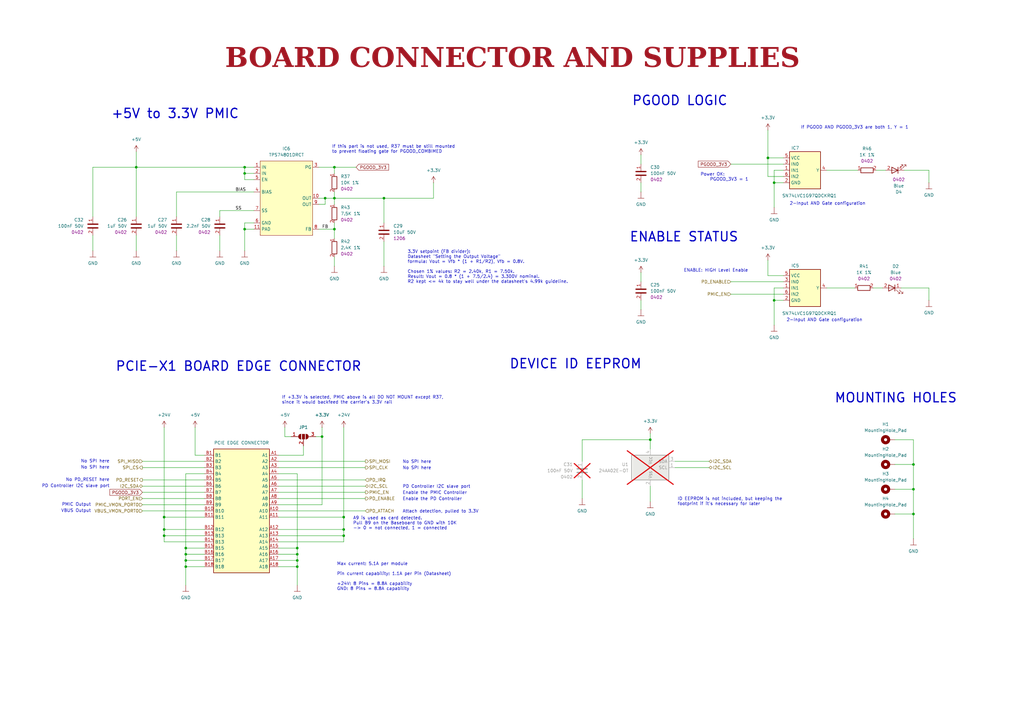
<source format=kicad_sch>
(kicad_sch (version 20250114) (generator "eeschema") (generator_version "9.0")
  (paper "A3")
  (title_block (date "2025-01-12") (rev "1.0.0") (company "DvidMakesThings"))
  (lib_symbols
    (symbol "DS_Capacitor_0402:100nF 50V 0402"
      (property "Reference" "C" (at 3.81 2.032 0))
      (property "Value" "100nF 50V" (at 3.81 0 0))
      (property "FOOTPRINT_SHORT" "0402" (at 3.81 -2.032 0))
      (symbol "100nF 50V 0402_0_1"
        (polyline (pts (xy -2.032 0.762) (xy 2.032 0.762)) (stroke (width 0.508)))
        (polyline (pts (xy -2.032 -0.762) (xy 2.032 -0.762)) (stroke (width 0.508)))
      )
      (symbol "100nF 50V 0402_1_1"
        (pin passive line (at 0 3.81 270) (length 2.794) (name "~") (number "1"))
        (pin passive line (at 0 -3.81 90) (length 2.794) (name "~") (number "2"))
      )
    )
    (symbol "DS_Capacitor_0402:1uF 50V 0402"
      (property "Reference" "C" (at 3.81 2.032 0))
      (property "Value" "1uF 50V" (at 3.81 0 0))
      (property "FOOTPRINT_SHORT" "0402" (at 3.81 -2.032 0))
      (symbol "1uF 50V 0402_0_1"
        (polyline (pts (xy -2.032 0.762) (xy 2.032 0.762)) (stroke (width 0.508)))
        (polyline (pts (xy -2.032 -0.762) (xy 2.032 -0.762)) (stroke (width 0.508)))
      )
      (symbol "1uF 50V 0402_1_1"
        (pin passive line (at 0 3.81 270) (length 2.794) (name "~") (number "1"))
        (pin passive line (at 0 -3.81 90) (length 2.794) (name "~") (number "2"))
      )
    )
    (symbol "DS_Capacitor_0402:2.2nF 50V 0402"
      (property "Reference" "C" (at 3.81 2.032 0))
      (property "Value" "2.2nF 50V" (at 3.81 0 0))
      (property "FOOTPRINT_SHORT" "0402" (at 3.81 -2.032 0))
      (symbol "2.2nF 50V 0402_0_1"
        (polyline (pts (xy -2.032 0.762) (xy 2.032 0.762)) (stroke (width 0.508)))
        (polyline (pts (xy -2.032 -0.762) (xy 2.032 -0.762)) (stroke (width 0.508)))
      )
      (symbol "2.2nF 50V 0402_1_1"
        (pin passive line (at 0 3.81 270) (length 2.794) (name "~") (number "1"))
        (pin passive line (at 0 -3.81 90) (length 2.794) (name "~") (number "2"))
      )
    )
    (symbol "DS_Capacitor_1206:10uF 50V 1206"
      (property "Reference" "C" (at 3.81 2.032 0))
      (property "Value" "10uF 50V" (at 3.81 0 0))
      (property "FOOTPRINT_SHORT" "1206" (at 3.81 -2.032 0))
      (symbol "10uF 50V 1206_0_1"
        (polyline (pts (xy -2.032 0.762) (xy 2.032 0.762)) (stroke (width 0.508)))
        (polyline (pts (xy -2.032 -0.762) (xy 2.032 -0.762)) (stroke (width 0.508)))
      )
      (symbol "10uF 50V 1206_1_1"
        (pin passive line (at 0 3.81 270) (length 2.794) (name "~") (number "1"))
        (pin passive line (at 0 -3.81 90) (length 2.794) (name "~") (number "2"))
      )
    )
    (symbol "DS_Connector:PCIe-Board Edge" (exclude_from_sim yes) (in_bom no)
      (property "Value" "PCIE EDGE CONNECTOR" (at -1.778 -9.144 0))
      (symbol "PCIe-Board Edge_0_1"
        (rectangle (start -3.81 43.18) (end 19.05 -7.62) (stroke (width 0.254)) (fill (type background)))
      )
      (symbol "PCIe-Board Edge_1_1"
        (pin power_in line (at -7.62 40.64 0) (length 3.81) (name "B1") (number "B1"))
        (pin passive line (at -7.62 38.1 0) (length 3.81) (name "B2") (number "B2"))
        (pin passive line (at -7.62 35.56 0) (length 3.81) (name "B3") (number "B3"))
        (pin power_in line (at -7.62 33.02 0) (length 3.81) (name "B4") (number "B4"))
        (pin input line (at -7.62 30.48 0) (length 3.81) (name "B5") (number "B5"))
        (pin bidirectional line (at -7.62 27.94 0) (length 3.81) (name "B6") (number "B6"))
        (pin passive line (at -7.62 25.4 0) (length 3.81) (name "B7") (number "B7"))
        (pin power_in line (at -7.62 22.86 0) (length 3.81) (name "B8") (number "B8"))
        (pin input line (at -7.62 20.32 0) (length 3.81) (name "B9") (number "B9"))
        (pin power_in line (at -7.62 17.78 0) (length 3.81) (name "B10") (number "B10"))
        (pin open_collector line (at -7.62 15.24 0) (length 3.81) (name "B11") (number "B11"))
        (pin passive line (at -7.62 10.16 0) (length 3.81) (name "B12") (number "B12"))
        (pin passive line (at -7.62 7.62 0) (length 3.81) (name "B13") (number "B13"))
        (pin input line (at -7.62 5.08 0) (length 3.81) (name "B13") (number "B14"))
        (pin input line (at -7.62 2.54 0) (length 3.81) (name "B15") (number "B15"))
        (pin passive line (at -7.62 0 0) (length 3.81) (name "B16") (number "B16"))
        (pin passive line (at -7.62 -2.54 0) (length 3.81) (name "B17") (number "B17"))
        (pin passive line (at -7.62 -5.08 0) (length 3.81) (name "B18") (number "B18"))
        (pin passive line (at 22.86 40.64 180) (length 3.81) (name "A1") (number "A1"))
        (pin passive line (at 22.86 38.1 180) (length 3.81) (name "A2") (number "A2"))
        (pin passive line (at 22.86 35.56 180) (length 3.81) (name "A3") (number "A3"))
        (pin passive line (at 22.86 33.02 180) (length 3.81) (name "A4") (number "A4"))
        (pin input line (at 22.86 30.48 180) (length 3.81) (name "A5") (number "A5"))
        (pin input line (at 22.86 27.94 180) (length 3.81) (name "A6") (number "A6"))
        (pin output line (at 22.86 25.4 180) (length 3.81) (name "A7") (number "A7"))
        (pin input line (at 22.86 22.86 180) (length 3.81) (name "A8") (number "A8"))
        (pin passive line (at 22.86 20.32 180) (length 3.81) (name "A9") (number "A9"))
        (pin passive line (at 22.86 17.78 180) (length 3.81) (name "A10") (number "A10"))
        (pin input line (at 22.86 15.24 180) (length 3.81) (name "A11") (number "A11"))
        (pin passive line (at 22.86 10.16 180) (length 3.81) (name "A12") (number "A12"))
        (pin input line (at 22.86 7.62 180) (length 3.81) (name "A13") (number "A13"))
        (pin input line (at 22.86 5.08 180) (length 3.81) (name "A14") (number "A14"))
        (pin passive line (at 22.86 2.54 180) (length 3.81) (name "A15") (number "A15"))
        (pin output line (at 22.86 0 180) (length 3.81) (name "A16") (number "A16"))
        (pin output line (at 22.86 -2.54 180) (length 3.81) (name "A17") (number "A17"))
        (pin passive line (at 22.86 -5.08 180) (length 3.81) (name "A18") (number "A18"))
      )
    )
    (symbol "DS_Opto:Blue 0402"
      (property "Reference" "D" (at -1.27 5.08 0))
      (property "Value" "Blue" (at -1.27 2.794 0))
      (property "Size" "0402" (at -1.016 -3.302 0))
      (symbol "Blue 0402_0_1"
        (polyline (pts (xy -3.048 -0.762) (xy -4.572 -2.286) (xy -3.81 -2.286) (xy -4.572 -2.286) (xy -4.572 -1.524)))
        (polyline (pts (xy -1.778 -0.762) (xy -3.302 -2.286) (xy -2.54 -2.286) (xy -3.302 -2.286) (xy -3.302 -1.524)))
        (polyline (pts (xy -1.27 0) (xy 1.27 0)))
        (polyline (pts (xy -1.27 -1.27) (xy -1.27 1.27)) (stroke (width 0.254)))
        (polyline (pts (xy 1.27 -1.27) (xy 1.27 1.27) (xy -1.27 0) (xy 1.27 -1.27)) (stroke (width 0.254)))
      )
      (symbol "Blue 0402_1_1"
        (pin passive line (at -3.81 0 0) (length 2.54) (name "") (number "1"))
        (pin passive line (at 3.81 0 180) (length 2.54) (name "") (number "2"))
      )
    )
    (symbol "DS_Peripherals:SN74LVC1G97QDCKRQ1"
      (property "Reference" "IC" (at -6.35 9.144 0))
      (property "Value" "SN74LVC1G97QDCKRQ1" (at 1.778 -9.652 0))
      (symbol "SN74LVC1G97QDCKRQ1_0_1"
        (rectangle (start -6.35 7.62) (end 6.35 -7.62) (stroke (width 0.254)) (fill (type background)))
      )
      (symbol "SN74LVC1G97QDCKRQ1_1_1"
        (pin power_in line (at -8.89 5.08 0) (length 2.54) (name "VCC") (number "5"))
        (pin passive line (at -8.89 2.54 0) (length 2.54) (name "IN0") (number "3"))
        (pin passive line (at -8.89 0 0) (length 2.54) (name "IN1") (number "1"))
        (pin passive line (at -8.89 -2.54 0) (length 2.54) (name "IN2") (number "6"))
        (pin power_in line (at -8.89 -5.08 0) (length 2.54) (name "GND") (number "2"))
        (pin passive line (at 8.89 0 180) (length 2.54) (name "Y") (number "4"))
      )
    )
    (symbol "DS_Resistor_0402:10K 1% 0402"
      (property "Reference" "R" (at 2.032 2.032 0))
      (property "Value" "10K 1%" (at 2.032 0 0))
      (property "FOOTPRINT_SHORT" "0402" (at 2.032 -2.032 0))
      (symbol "10K 1% 0402_0_1"
        (rectangle (start -1.016 2.54) (end 1.016 -2.54) (stroke (width 0.254)))
      )
      (symbol "10K 1% 0402_1_1"
        (pin passive line (at 0 3.81 270) (length 1.27) (name "~") (number "1"))
        (pin passive line (at 0 -3.81 90) (length 1.27) (name "~") (number "2"))
      )
    )
    (symbol "DS_Resistor_0402:1K 1% 0402"
      (property "Reference" "R" (at 2.032 2.032 0))
      (property "Value" "1K 1%" (at 2.032 0 0))
      (property "FOOTPRINT_SHORT" "0402" (at 2.032 -2.032 0))
      (symbol "1K 1% 0402_0_1"
        (rectangle (start -1.016 2.54) (end 1.016 -2.54) (stroke (width 0.254)))
      )
      (symbol "1K 1% 0402_1_1"
        (pin passive line (at 0 3.81 270) (length 1.27) (name "~") (number "1"))
        (pin passive line (at 0 -3.81 90) (length 1.27) (name "~") (number "2"))
      )
    )
    (symbol "DS_Resistor_0402:2.4K 1% 0402"
      (property "Reference" "R" (at 2.032 2.032 0))
      (property "Value" "2.4K 1%" (at 2.032 0 0))
      (property "FOOTPRINT_SHORT" "0402" (at 2.032 -2.032 0))
      (symbol "2.4K 1% 0402_0_1"
        (rectangle (start -1.016 2.54) (end 1.016 -2.54) (stroke (width 0.254)))
      )
      (symbol "2.4K 1% 0402_1_1"
        (pin passive line (at 0 3.81 270) (length 1.27) (name "~") (number "1"))
        (pin passive line (at 0 -3.81 90) (length 1.27) (name "~") (number "2"))
      )
    )
    (symbol "DS_Resistor_0402:7.5K 1% 0402"
      (property "Reference" "R" (at 2.032 2.032 0))
      (property "Value" "7.5K 1%" (at 2.032 0 0))
      (property "FOOTPRINT_SHORT" "0402" (at 2.032 -2.032 0))
      (symbol "7.5K 1% 0402_0_1"
        (rectangle (start -1.016 2.54) (end 1.016 -2.54) (stroke (width 0.254)))
      )
      (symbol "7.5K 1% 0402_1_1"
        (pin passive line (at 0 3.81 270) (length 1.27) (name "~") (number "1"))
        (pin passive line (at 0 -3.81 90) (length 1.27) (name "~") (number "2"))
      )
    )
    (symbol "DS_Supply:GND" (power) (pin_numbers (hide yes)) (pin_names (offset 0) (hide yes))
      (property "Value" "GND" (at 0 -3.81 0))
      (symbol "GND_0_1"
        (polyline (pts (xy 0 0) (xy 0 -2.54) (xy 1.27 -2.54) (xy 0 -2.54) (xy -1.27 -2.54) (xy 0 -2.54)))
      )
      (symbol "GND_1_1"
        (pin power_in line (at 0 0 270) (length 0) (name "~") (number "1"))
      )
    )
    (symbol "DS_Vreg:TPS74801DRCT"
      (property "Reference" "IC" (at -7.874 17.018 0))
      (property "Value" "TPS74801DRCT" (at -11.176 -17.526 0))
      (symbol "TPS74801DRCT_0_1"
        (rectangle (start -11.43 15.24) (end 10.16 -15.24) (fill (type background)))
      )
      (symbol "TPS74801DRCT_1_0"
        (pin power_in line (at -13.97 12.7 0) (length 2.54) (name "IN") (number "1"))
        (pin power_in line (at -13.97 10.16 0) (length 2.54) (name "IN") (number "2"))
        (pin input line (at -13.97 7.62 0) (length 2.54) (name "EN") (number "5"))
        (pin input line (at -13.97 2.54 0) (length 2.54) (name "BIAS") (number "4"))
        (pin passive line (at -13.97 -5.08 0) (length 2.54) (name "SS") (number "7"))
        (pin power_in line (at -13.97 -10.16 0) (length 2.54) (name "GND") (number "6"))
        (pin power_in line (at -13.97 -12.7 0) (length 2.54) (name "PAD") (number "11"))
        (pin passive line (at 12.7 12.7 180) (length 2.54) (name "PG") (number "3"))
        (pin power_in line (at 12.7 0 180) (length 2.54) (name "OUT") (number "10"))
        (pin power_in line (at 12.7 -2.54 180) (length 2.54) (name "OUT") (number "9"))
        (pin input line (at 12.7 -12.7 180) (length 2.54) (name "FB") (number "8"))
      )
    )
    (symbol "Jumper:SolderJumper_3_Open" (pin_names (offset 0) (hide yes)) (in_bom no)
      (property "Reference" "JP" (at -2.54 -2.54 0))
      (property "Value" "SolderJumper_3_Open" (at 0 2.794 0))
      (symbol "SolderJumper_3_Open_0_1"
        (polyline (pts (xy -2.54 0) (xy -2.032 0)))
        (polyline (pts (xy -1.016 1.016) (xy -1.016 -1.016)))
        (arc (start -1.016 -1.016) (mid -2.0276 0) (end -1.016 1.016))
        (arc (start -1.016 -1.016) (mid -2.0276 0) (end -1.016 1.016) (fill (type outline)))
        (rectangle (start -0.508 1.016) (end 0.508 -1.016) (fill (type outline)))
        (polyline (pts (xy 0 -1.27) (xy 0 -1.016)))
        (arc (start 1.016 1.016) (mid 2.0276 0) (end 1.016 -1.016))
        (arc (start 1.016 1.016) (mid 2.0276 0) (end 1.016 -1.016) (fill (type outline)))
        (polyline (pts (xy 1.016 1.016) (xy 1.016 -1.016)))
        (polyline (pts (xy 2.54 0) (xy 2.032 0)))
      )
      (symbol "SolderJumper_3_Open_1_1"
        (pin passive line (at -5.08 0 0) (length 2.54) (name "A") (number "1"))
        (pin passive line (at 0 -3.81 90) (length 2.54) (name "C") (number "2"))
        (pin passive line (at 5.08 0 180) (length 2.54) (name "B") (number "3"))
      )
    )
    (symbol "Mechanical:MountingHole_Pad" (pin_numbers (hide yes)) (pin_names (offset 1.016) (hide yes)) (in_bom no)
      (property "Reference" "H" (at 0 6.35 0))
      (property "Value" "MountingHole_Pad" (at 0 4.445 0))
      (symbol "MountingHole_Pad_0_1"
        (circle (center 0 1.27) (radius 1.27) (stroke (width 1.27)))
      )
      (symbol "MountingHole_Pad_1_1"
        (pin input line (at 0 -2.54 90) (length 2.54) (name "1") (number "1"))
      )
    )
    (symbol "Memory_EEPROM:24AA02E-OT"
      (property "Reference" "U" (at -7.62 6.35 0))
      (property "Value" "24AA02E-OT" (at 2.54 -6.35 0))
      (symbol "24AA02E-OT_1_1"
        (rectangle (start -7.62 5.08) (end 7.62 -5.08) (stroke (width 0.254)) (fill (type background)))
        (pin no_connect line (at -10.16 0 0) (length 2.54) (hide yes) (name "NC") (number "5"))
        (pin power_in line (at 0 7.62 270) (length 2.54) (name "V_{CC}") (number "4"))
        (pin power_in line (at 0 -7.62 90) (length 2.54) (name "V_{SS}") (number "2"))
        (pin bidirectional line (at 10.16 2.54 180) (length 2.54) (name "SDA") (number "3"))
        (pin input line (at 10.16 0 180) (length 2.54) (name "SCL") (number "1"))
      )
    )
    (symbol "power:+24V" (power) (pin_numbers (hide yes)) (pin_names (offset 0) (hide yes))
      (property "Value" "+24V" (at 0 3.556 0))
      (symbol "+24V_0_1"
        (polyline (pts (xy -0.762 1.27) (xy 0 2.54)))
        (polyline (pts (xy 0 2.54) (xy 0.762 1.27)))
        (polyline (pts (xy 0 0) (xy 0 2.54)))
      )
      (symbol "+24V_1_1"
        (pin power_in line (at 0 0 90) (length 0) (name "~") (number "1"))
      )
    )
    (symbol "power:+3.3V" (power) (pin_numbers (hide yes)) (pin_names (offset 0) (hide yes))
      (property "Value" "+3.3V" (at 0 3.556 0))
      (symbol "+3.3V_0_1"
        (polyline (pts (xy -0.762 1.27) (xy 0 2.54)))
        (polyline (pts (xy 0 2.54) (xy 0.762 1.27)))
        (polyline (pts (xy 0 0) (xy 0 2.54)))
      )
      (symbol "+3.3V_1_1"
        (pin power_in line (at 0 0 90) (length 0) (name "~") (number "1"))
      )
    )
    (symbol "power:+5V" (power) (pin_numbers (hide yes)) (pin_names (offset 0) (hide yes))
      (property "Value" "+5V" (at 0 3.556 0))
      (symbol "+5V_0_1"
        (polyline (pts (xy -0.762 1.27) (xy 0 2.54)))
        (polyline (pts (xy 0 2.54) (xy 0.762 1.27)))
        (polyline (pts (xy 0 0) (xy 0 2.54)))
      )
      (symbol "+5V_1_1"
        (pin power_in line (at 0 0 90) (length 0) (name "~") (number "1"))
      )
    )
  )
  (text "PMIC Output" (at 37.338 207.01 0) (effects (font (size 1.27 1.27)) (justify right)))
  (text "ID EEPROM is not included, but keeping the \nfootprint if it's necessary for later" (at 277.876 205.74 0) (effects (font (size 1.27 1.27)) (justify left)))
  (text "DEVICE ID EEPROM" (at 208.788 149.352 0) (effects (font (size 3.81 3.81) (thickness 0.508) (bold yes)) (justify left)))
  (text "PD Controller I2C slave port" (at 165.1 199.644 0) (effects (font (size 1.27 1.27)) (justify left)))
  (text "ENABLE STATUS" (at 258.064 97.282 0) (effects (font (size 3.81 3.81) (thickness 0.508) (bold yes)) (justify left)))
  (text "If this part is not used, R37 must be still mounted\nto prevent floating gate for PGOOD_COMBIMED" (at 136.144 61.214 0) (effects (font (size 1.27 1.27)) (justify left)))
  (text "Enable the PD Controller" (at 165.1 204.724 0) (effects (font (size 1.27 1.27)) (justify left)))
  (text "No SPI here" (at 44.958 189.23 0) (effects (font (size 1.27 1.27)) (justify right)))
  (text "2-Input AND Gate configuration" (at 322.58 131.318 0) (effects (font (size 1.27 1.27)) (justify left)))
  (text "MOUNTING HOLES" (at 342.138 163.322 0) (effects (font (size 3.81 3.81) (thickness 0.508) (bold yes)) (justify left)))
  (text "No SPI here" (at 165.1 192.024 0) (effects (font (size 1.27 1.27)) (justify left)))
  (text "If +3.3V is selected, PMIC above is all DO NOT MOUNT except R37,\nsince it would backfeed the carrier's 3.3V rail" (at 115.57 164.084 0) (effects (font (size 1.27 1.27)) (justify left)))
  (text "Max current: 5.1A per module\n\nPin current capability: 1.1A per Pin (Datasheet)\n\n+24V: 8 Pins = 8.8A capability\nGND: 8 Pins = 8.8A capability" (at 138.176 236.474 0) (effects (font (size 1.27 1.27)) (justify left)))
  (text "Power OK: \n    PGOOD_3V3 = 1" (at 287.274 72.644 0) (effects (font (size 1.27 1.27)) (justify left)))
  (text "VBUS Output" (at 37.338 209.55 0) (effects (font (size 1.27 1.27)) (justify right)))
  (text "Attach detection, pulled to 3.3V" (at 165.1 209.804 0) (effects (font (size 1.27 1.27)) (justify left)))
  (text "No PD_RESET here" (at 44.958 196.85 0) (effects (font (size 1.27 1.27)) (justify right)))
  (text "A9 is used as card detected.\nPull B9 on the Baseboard to GND with 10K\n-> 0 = not connected, 1 = connected" (at 144.78 214.63 0) (effects (font (size 1.27 1.27)) (justify left)))
  (text "No SPI here" (at 165.1 189.484 0) (effects (font (size 1.27 1.27)) (justify left)))
  (text "If PGOOD AND PGOOD_3V3 are both 1, Y = 1" (at 328.422 52.324 0) (effects (font (size 1.27 1.27)) (justify left)))
  (text "No SPI here" (at 44.958 191.77 0) (effects (font (size 1.27 1.27)) (justify right)))
  (text "PD Controller I2C slave port" (at 44.958 199.39 0) (effects (font (size 1.27 1.27)) (justify right)))
  (text "+5V to 3.3V PMIC" (at 45.466 46.736 0) (effects (font (size 3.81 3.81) (thickness 0.508) (bold yes)) (justify left)))
  (text "3.3V setpoint (FB divider): \nDatasheet \"Setting the Output Voltage\" \nformula: Vout = Vfb * (1 + R1/R2), Vfb = 0.8V. \n\nChosen 1% values: R2 = 2.40k, R1 = 7.50k. \nResult: Vout = 0.8 * (1 + 7.5/2.4) = 3.300V nominal. \nR2 kept <= 4k to stay well under the datasheet's 4.99k guideline." (at 167.132 109.474 0) (effects (font (size 1.27 1.27)) (justify left)))
  (text "ENABLE: HIGH Level Enable" (at 280.416 110.998 0) (effects (font (size 1.27 1.27)) (justify left)))
  (text "PCIE-X1 BOARD EDGE CONNECTOR" (at 47.244 150.368 0) (effects (font (size 3.81 3.81) (thickness 0.508) (bold yes)) (justify left)))
  (text "PGOOD LOGIC" (at 259.08 41.402 0) (effects (font (size 3.81 3.81) (thickness 0.508) (bold yes)) (justify left)))
  (text "2-Input AND Gate configuration" (at 323.85 83.566 0) (effects (font (size 1.27 1.27)) (justify left)))
  (text "Enable the PMIC Controller" (at 165.1 202.184 0) (effects (font (size 1.27 1.27)) (justify left)))
  (text_box "BOARD CONNECTOR AND SUPPLIES" (at 12.7 17.78 0) (size 394.97 12.7) (margins 5.9999 5.9999 5.9999 5.9999) (stroke (width -0.0001)) (effects (font (size 8 8) (thickness 1.2) (bold yes))))
  (junction (at 76.2 227.33))
  (junction (at 137.16 93.98))
  (junction (at 314.96 64.77))
  (junction (at 266.7 180.34))
  (junction (at 137.16 81.28))
  (junction (at 55.88 68.58))
  (junction (at 100.33 68.58))
  (junction (at 137.16 68.58))
  (junction (at 121.92 232.41))
  (junction (at 67.31 217.17))
  (junction (at 121.92 229.87))
  (junction (at 121.92 224.79))
  (junction (at 121.92 227.33))
  (junction (at 132.08 179.07))
  (junction (at 317.5 123.19))
  (junction (at 140.97 212.09))
  (junction (at 133.35 81.28))
  (junction (at 157.48 81.28))
  (junction (at 76.2 232.41))
  (junction (at 76.2 224.79))
  (junction (at 374.65 210.82))
  (junction (at 100.33 93.98))
  (junction (at 140.97 217.17))
  (junction (at 67.31 212.09))
  (junction (at 140.97 219.71))
  (junction (at 317.5 74.93))
  (junction (at 100.33 71.12))
  (junction (at 76.2 229.87))
  (junction (at 374.65 190.5))
  (junction (at 374.65 200.66))
  (junction (at 67.31 219.71))
  (wire (pts (xy 55.88 68.58) (xy 100.33 68.58)))
  (wire (pts (xy 67.31 212.09) (xy 83.82 212.09)))
  (wire (pts (xy 116.84 179.07) (xy 119.38 179.07)))
  (wire (pts (xy 369.57 118.11) (xy 381 118.11)))
  (wire (pts (xy 38.1 102.87) (xy 38.1 96.52)))
  (wire (pts (xy 90.17 86.36) (xy 90.17 88.9)))
  (wire (pts (xy 149.86 209.55) (xy 114.3 209.55)))
  (wire (pts (xy 374.65 200.66) (xy 374.65 210.82)))
  (wire (pts (xy 177.8 74.93) (xy 177.8 81.28)))
  (wire (pts (xy 137.16 91.44) (xy 137.16 93.98)))
  (wire (pts (xy 114.3 212.09) (xy 140.97 212.09)))
  (wire (pts (xy 157.48 81.28) (xy 157.48 91.44)))
  (wire (pts (xy 266.7 180.34) (xy 266.7 184.15)))
  (wire (pts (xy 381 118.11) (xy 381 123.19)))
  (wire (pts (xy 374.65 210.82) (xy 374.65 220.98)))
  (wire (pts (xy 137.16 78.74) (xy 137.16 81.28)))
  (wire (pts (xy 114.3 227.33) (xy 121.92 227.33)))
  (wire (pts (xy 140.97 217.17) (xy 140.97 212.09)))
  (wire (pts (xy 55.88 68.58) (xy 55.88 88.9)))
  (wire (pts (xy 370.84 69.85) (xy 381 69.85)))
  (wire (pts (xy 238.76 180.34) (xy 266.7 180.34)))
  (wire (pts (xy 114.3 222.25) (xy 140.97 222.25)))
  (wire (pts (xy 67.31 212.09) (xy 67.31 217.17)))
  (wire (pts (xy 124.46 182.88) (xy 124.46 186.69)))
  (wire (pts (xy 121.92 227.33) (xy 121.92 229.87)))
  (wire (pts (xy 137.16 68.58) (xy 146.05 68.58)))
  (wire (pts (xy 114.3 219.71) (xy 140.97 219.71)))
  (wire (pts (xy 38.1 68.58) (xy 55.88 68.58)))
  (wire (pts (xy 76.2 227.33) (xy 76.2 229.87)))
  (wire (pts (xy 339.09 69.85) (xy 351.79 69.85)))
  (wire (pts (xy 137.16 81.28) (xy 137.16 83.82)))
  (wire (pts (xy 114.3 191.77) (xy 149.86 191.77)))
  (wire (pts (xy 374.65 190.5) (xy 374.65 200.66)))
  (wire (pts (xy 114.3 204.47) (xy 149.86 204.47)))
  (wire (pts (xy 58.42 207.01) (xy 83.82 207.01)))
  (wire (pts (xy 339.09 118.11) (xy 350.52 118.11)))
  (wire (pts (xy 130.81 93.98) (xy 137.16 93.98)))
  (wire (pts (xy 100.33 93.98) (xy 100.33 102.87)))
  (wire (pts (xy 129.54 179.07) (xy 132.08 179.07)))
  (wire (pts (xy 76.2 224.79) (xy 76.2 227.33)))
  (wire (pts (xy 114.3 232.41) (xy 121.92 232.41)))
  (wire (pts (xy 100.33 68.58) (xy 104.14 68.58)))
  (wire (pts (xy 262.89 127) (xy 262.89 123.19)))
  (wire (pts (xy 262.89 111.76) (xy 262.89 115.57)))
  (wire (pts (xy 100.33 73.66) (xy 104.14 73.66)))
  (wire (pts (xy 132.08 175.26) (xy 132.08 179.07)))
  (wire (pts (xy 121.92 229.87) (xy 121.92 232.41)))
  (wire (pts (xy 58.42 209.55) (xy 83.82 209.55)))
  (wire (pts (xy 100.33 71.12) (xy 104.14 71.12)))
  (wire (pts (xy 317.5 69.85) (xy 317.5 74.93)))
  (wire (pts (xy 58.42 196.85) (xy 83.82 196.85)))
  (wire (pts (xy 72.39 102.87) (xy 72.39 96.52)))
  (wire (pts (xy 358.14 118.11) (xy 361.95 118.11)))
  (wire (pts (xy 130.81 81.28) (xy 133.35 81.28)))
  (wire (pts (xy 137.16 93.98) (xy 137.16 97.79)))
  (wire (pts (xy 317.5 118.11) (xy 317.5 123.19)))
  (wire (pts (xy 83.82 217.17) (xy 67.31 217.17)))
  (wire (pts (xy 367.03 200.66) (xy 374.65 200.66)))
  (wire (pts (xy 262.89 78.74) (xy 262.89 74.93)))
  (wire (pts (xy 55.88 102.87) (xy 55.88 96.52)))
  (wire (pts (xy 114.3 217.17) (xy 140.97 217.17)))
  (wire (pts (xy 76.2 229.87) (xy 83.82 229.87)))
  (wire (pts (xy 266.7 177.8) (xy 266.7 180.34)))
  (wire (pts (xy 114.3 199.39) (xy 149.86 199.39)))
  (wire (pts (xy 130.81 68.58) (xy 137.16 68.58)))
  (wire (pts (xy 276.86 191.77) (xy 290.83 191.77)))
  (wire (pts (xy 314.96 106.68) (xy 314.96 113.03)))
  (wire (pts (xy 321.31 74.93) (xy 317.5 74.93)))
  (wire (pts (xy 76.2 232.41) (xy 83.82 232.41)))
  (wire (pts (xy 100.33 91.44) (xy 100.33 93.98)))
  (wire (pts (xy 321.31 72.39) (xy 314.96 72.39)))
  (wire (pts (xy 90.17 86.36) (xy 104.14 86.36)))
  (wire (pts (xy 114.3 229.87) (xy 121.92 229.87)))
  (wire (pts (xy 114.3 196.85) (xy 149.86 196.85)))
  (wire (pts (xy 83.82 186.69) (xy 80.01 186.69)))
  (wire (pts (xy 58.42 199.39) (xy 83.82 199.39)))
  (wire (pts (xy 133.35 81.28) (xy 133.35 83.82)))
  (wire (pts (xy 76.2 194.31) (xy 76.2 224.79)))
  (wire (pts (xy 76.2 227.33) (xy 83.82 227.33)))
  (wire (pts (xy 137.16 81.28) (xy 157.48 81.28)))
  (wire (pts (xy 140.97 217.17) (xy 140.97 219.71)))
  (wire (pts (xy 140.97 219.71) (xy 140.97 222.25)))
  (wire (pts (xy 367.03 190.5) (xy 374.65 190.5)))
  (wire (pts (xy 381 69.85) (xy 381 74.93)))
  (wire (pts (xy 83.82 222.25) (xy 67.31 222.25)))
  (wire (pts (xy 321.31 123.19) (xy 317.5 123.19)))
  (wire (pts (xy 83.82 224.79) (xy 76.2 224.79)))
  (wire (pts (xy 116.84 175.26) (xy 116.84 179.07)))
  (wire (pts (xy 58.42 204.47) (xy 83.82 204.47)))
  (wire (pts (xy 317.5 123.19) (xy 317.5 133.35)))
  (wire (pts (xy 317.5 74.93) (xy 317.5 85.09)))
  (wire (pts (xy 299.72 67.31) (xy 321.31 67.31)))
  (wire (pts (xy 374.65 180.34) (xy 374.65 190.5)))
  (wire (pts (xy 276.86 189.23) (xy 290.83 189.23)))
  (wire (pts (xy 100.33 71.12) (xy 100.33 73.66)))
  (wire (pts (xy 121.92 232.41) (xy 121.92 240.03)))
  (wire (pts (xy 114.3 224.79) (xy 121.92 224.79)))
  (wire (pts (xy 67.31 175.26) (xy 67.31 212.09)))
  (wire (pts (xy 299.72 120.65) (xy 321.31 120.65)))
  (wire (pts (xy 55.88 62.23) (xy 55.88 68.58)))
  (wire (pts (xy 100.33 93.98) (xy 104.14 93.98)))
  (wire (pts (xy 114.3 186.69) (xy 124.46 186.69)))
  (wire (pts (xy 157.48 81.28) (xy 177.8 81.28)))
  (wire (pts (xy 58.42 191.77) (xy 83.82 191.77)))
  (wire (pts (xy 314.96 53.34) (xy 314.96 64.77)))
  (wire (pts (xy 238.76 204.47) (xy 238.76 196.85)))
  (wire (pts (xy 130.81 83.82) (xy 133.35 83.82)))
  (wire (pts (xy 83.82 194.31) (xy 76.2 194.31)))
  (wire (pts (xy 140.97 212.09) (xy 140.97 175.26)))
  (wire (pts (xy 321.31 118.11) (xy 317.5 118.11)))
  (wire (pts (xy 359.41 69.85) (xy 363.22 69.85)))
  (wire (pts (xy 114.3 207.01) (xy 132.08 207.01)))
  (wire (pts (xy 100.33 68.58) (xy 100.33 71.12)))
  (wire (pts (xy 317.5 69.85) (xy 321.31 69.85)))
  (wire (pts (xy 299.72 115.57) (xy 321.31 115.57)))
  (wire (pts (xy 238.76 180.34) (xy 238.76 189.23)))
  (wire (pts (xy 67.31 222.25) (xy 67.31 219.71)))
  (wire (pts (xy 114.3 201.93) (xy 149.86 201.93)))
  (wire (pts (xy 367.03 180.34) (xy 374.65 180.34)))
  (wire (pts (xy 114.3 189.23) (xy 149.86 189.23)))
  (wire (pts (xy 90.17 96.52) (xy 90.17 102.87)))
  (wire (pts (xy 72.39 78.74) (xy 72.39 88.9)))
  (wire (pts (xy 58.42 189.23) (xy 83.82 189.23)))
  (wire (pts (xy 72.39 78.74) (xy 104.14 78.74)))
  (wire (pts (xy 262.89 63.5) (xy 262.89 67.31)))
  (wire (pts (xy 83.82 219.71) (xy 67.31 219.71)))
  (wire (pts (xy 367.03 210.82) (xy 374.65 210.82)))
  (wire (pts (xy 157.48 99.06) (xy 157.48 109.22)))
  (wire (pts (xy 76.2 229.87) (xy 76.2 232.41)))
  (wire (pts (xy 137.16 68.58) (xy 137.16 71.12)))
  (wire (pts (xy 76.2 232.41) (xy 76.2 240.03)))
  (wire (pts (xy 67.31 219.71) (xy 67.31 217.17)))
  (wire (pts (xy 114.3 194.31) (xy 121.92 194.31)))
  (wire (pts (xy 100.33 91.44) (xy 104.14 91.44)))
  (wire (pts (xy 121.92 194.31) (xy 121.92 224.79)))
  (wire (pts (xy 314.96 113.03) (xy 321.31 113.03)))
  (wire (pts (xy 38.1 68.58) (xy 38.1 88.9)))
  (wire (pts (xy 58.42 201.93) (xy 83.82 201.93)))
  (wire (pts (xy 133.35 81.28) (xy 137.16 81.28)))
  (wire (pts (xy 266.7 205.74) (xy 266.7 199.39)))
  (wire (pts (xy 121.92 224.79) (xy 121.92 227.33)))
  (wire (pts (xy 137.16 105.41) (xy 137.16 109.22)))
  (wire (pts (xy 132.08 179.07) (xy 132.08 207.01)))
  (wire (pts (xy 80.01 175.26) (xy 80.01 186.69)))
  (wire (pts (xy 314.96 64.77) (xy 321.31 64.77)))
  (wire (pts (xy 314.96 72.39) (xy 314.96 64.77)))
  (label "FB" (at 132.08 93.98 0))
  (label "SS" (at 96.52 86.36 0))
  (label "BIAS" (at 96.52 78.74 0))
  (global_label "PGOOD_3V3" (shape input) (at 58.42 201.93 180) (property "Intersheetrefs" "${INTERSHEET_REFS}" (effects (hide yes))))
  (global_label "PGOOD_3V3" (shape input) (at 146.05 68.58 0) (property "Intersheetrefs" "${INTERSHEET_REFS}" (effects (hide yes))))
  (global_label "PGOOD_3V3" (shape input) (at 299.72 67.31 180) (property "Intersheetrefs" "${INTERSHEET_REFS}" (effects (hide yes))))
  (hierarchical_label "SPI_MISO" (shape input) (at 58.42 189.23 180))
  (hierarchical_label "PD_ENABLE" (shape input) (at 299.72 115.57 180))
  (hierarchical_label "PMIC_EN" (shape input) (at 299.72 120.65 180))
  (hierarchical_label "I2C_SCL" (shape bidirectional) (at 149.86 199.39 0))
  (hierarchical_label "I2C_SDA" (shape bidirectional) (at 58.42 199.39 180))
  (hierarchical_label "SPI_CS" (shape output) (at 58.42 191.77 180))
  (hierarchical_label "PD_ATTACH" (shape input) (at 149.86 209.55 0))
  (hierarchical_label "PMIC_EN" (shape output) (at 149.86 201.93 0))
  (hierarchical_label "VBUS_VMON_PORT0" (shape input) (at 58.42 209.55 180))
  (hierarchical_label "PD_ENABLE" (shape output) (at 149.86 204.47 0))
  (hierarchical_label "PD_IRQ" (shape input) (at 149.86 196.85 0))
  (hierarchical_label "SPI_MOSI" (shape output) (at 149.86 189.23 0))
  (hierarchical_label "PMIC_VMON_PORT0" (shape input) (at 58.42 207.01 180))
  (hierarchical_label "SPI_CLK" (shape output) (at 149.86 191.77 0))
  (hierarchical_label "I2C_SDA" (shape bidirectional) (at 290.83 189.23 0))
  (hierarchical_label "PORT_EN" (shape input) (at 58.42 204.47 180))
  (hierarchical_label "PD_RESET" (shape output) (at 58.42 196.85 180))
  (hierarchical_label "I2C_SCL" (shape bidirectional) (at 290.83 191.77 0))
  (symbol (lib_id "DS_Peripherals:SN74LVC1G97QDCKRQ1") (at 330.2 118.11 0) (unit 1)
    (property "Reference" "IC5" (at 326.136 108.966 0))
    (property "Value" "SN74LVC1G97QDCKRQ1" (at 331.978 128.524 0))
    (property "Footprint" "DS_Peripherals:SOT-363_SC-70-6" (effects (hide yes)))
    (property "Datasheet" "https://www.ti.com/general/docs/suppproductinfo.tsp?distId=10&gotoUrl=https%3A%2F%2Fwww.ti.com%2Flit%2Fgpn%2Fsn74lvc1g97-q1" (effects (hide yes)))
    (property "Description" "Configurable Multiple Function Configurable 1 Circuit 3 Input SC-70-6" (effects (hide yes)))
    (property "MPN" "SN74LVC1G97QDCKRQ1" (effects (hide yes)))
    (property "MFR" "Texas Instruments" (effects (hide yes)))
    (property "LCSC_PART" "C179911" (effects (hide yes)))
    (property "DIST1" "https://www.digikey.de/en/products/detail/texas-instruments/sn74lvc1g97qdckrq1/716453" (effects (hide yes)))
    (property "ROHS" "YES" (effects (hide yes)))
  )
  (symbol (lib_id "power:+3.3V") (at 266.7 177.8 0) (unit 1)
    (property "Reference" "#PWR084" (effects (hide yes)))
    (property "Value" "+3.3V" (at 266.7 172.72 0))
    (property "Description" "Power symbol creates a global label with name \"+3.3V\"" (effects (hide yes)))
  )
  (symbol (lib_id "DS_Supply:GND") (at 121.92 240.03 0) (unit 1)
    (property "Reference" "#PWR64" (effects (hide yes)))
    (property "Value" "GND" (at 121.92 245.11 0))
    (property "Description" "Power symbol creates a global label with name \"GND\" , ground" (effects (hide yes)))
  )
  (symbol (lib_id "DS_Resistor_0402:1K 1% 0402") (at 355.6 69.85 90) (mirror x) (unit 1)
    (property "Reference" "R46" (at 355.6 60.96 90))
    (property "Value" "1K 1%" (at 355.6 63.5 90))
    (property "Footprint" "Resistor_SMD:R_0402_1005Metric" (effects (hide yes)))
    (property "Description" "62.5mW Thick Film Resistors 50V ±100ppm/℃ ±1% 1kΩ 0402 Chip Resistor - Surface Mount ROHS" (effects (hide yes)))
    (property "LCSC_PART" "C11702" (effects (hide yes)))
    (property "ROHS" "YES" (effects (hide yes)))
    (property "FOOTPRINT_SHORT" "0402" (at 355.6 66.04 90))
    (property "MFR" "FH" (effects (hide yes)))
  )
  (symbol (lib_id "power:+3.3V") (at 132.08 175.26 0) (unit 1)
    (property "Reference" "#PWR067" (effects (hide yes)))
    (property "Value" "+3.3V" (at 132.08 170.18 0))
    (property "Description" "Power symbol creates a global label with name \"+3.3V\"" (effects (hide yes)))
  )
  (symbol (lib_id "DS_Capacitor_1206:10uF 50V 1206") (at 157.48 95.25 0) (unit 1)
    (property "Reference" "C29" (at 161.29 92.7099 0) (effects (justify left)))
    (property "Value" "10uF 50V" (at 161.29 95.2499 0) (effects (justify left)))
    (property "Footprint" "Capacitor_SMD:C_1206_3216Metric" (effects (hide yes)))
    (property "Datasheet" "https://jlcpcb.com/api/file/downloadByFileSystemAccessId/8579707359440130048" (effects (hide yes)))
    (property "Description" "50V 10uF X5R ±10% 1206 Multilayer Ceramic Capacitors MLCC - SMD/SMT ROHS" (effects (hide yes)))
    (property "FOOTPRINT_SHORT" "1206" (at 161.29 97.7899 0) (effects (justify left)))
    (property "ROHS" "YES" (effects (hide yes)))
    (property "LCSC_PART" "C13585" (effects (hide yes)))
    (property "MFR" "Samsung Electro-Mechanics" (effects (hide yes)))
    (property "MPN" "CL31A106KBHNNNE" (effects (hide yes)))
  )
  (symbol (lib_id "DS_Supply:GND") (at 137.16 109.22 0) (unit 1)
    (property "Reference" "#PWR074" (effects (hide yes)))
    (property "Value" "GND" (at 137.16 114.3 0))
    (property "Description" "Power symbol creates a global label with name \"GND\" , ground" (effects (hide yes)))
  )
  (symbol (lib_id "Mechanical:MountingHole_Pad") (at 364.49 190.5 90) (unit 1) (in_bom no)
    (property "Reference" "H2" (at 363.22 184.15 90))
    (property "Value" "MountingHole_Pad" (at 363.22 186.69 90))
    (property "Footprint" "MountingHole:MountingHole_2.2mm_M2_Pad_Via" (effects (hide yes)))
    (property "Description" "Mounting Hole with connection" (effects (hide yes)))
  )
  (symbol (lib_id "power:+24V") (at 140.97 175.26 0) (unit 1)
    (property "Reference" "#PWR065" (effects (hide yes)))
    (property "Value" "+24V" (at 140.97 170.18 0))
    (property "Description" "Power symbol creates a global label with name \"+24V\"" (effects (hide yes)))
  )
  (symbol (lib_id "DS_Supply:GND") (at 76.2 240.03 0) (unit 1)
    (property "Reference" "#PWR63" (effects (hide yes)))
    (property "Value" "GND" (at 76.2 245.11 0))
    (property "Description" "Power symbol creates a global label with name \"GND\" , ground" (effects (hide yes)))
  )
  (symbol (lib_id "DS_Supply:GND") (at 72.39 102.87 0) (unit 1)
    (property "Reference" "#PWR070" (effects (hide yes)))
    (property "Value" "GND" (at 72.39 107.95 0))
    (property "Description" "Power symbol creates a global label with name \"GND\" , ground" (effects (hide yes)))
  )
  (symbol (lib_id "power:+5V") (at 80.01 175.26 0) (unit 1)
    (property "Reference" "#PWR066" (effects (hide yes)))
    (property "Value" "+5V" (at 80.01 170.18 0))
    (property "Description" "Power symbol creates a global label with name \"+5V\"" (effects (hide yes)))
  )
  (symbol (lib_id "power:+5V") (at 55.88 62.23 0) (unit 1)
    (property "Reference" "#PWR068" (effects (hide yes)))
    (property "Value" "+5V" (at 55.88 57.15 0))
    (property "Description" "Power symbol creates a global label with name \"+5V\"" (effects (hide yes)))
  )
  (symbol (lib_id "power:+3.3V") (at 262.89 63.5 0) (mirror y) (unit 1)
    (property "Reference" "#PWR077" (effects (hide yes)))
    (property "Value" "+3.3V" (at 262.89 58.42 0))
    (property "Description" "Power symbol creates a global label with name \"+3.3V\"" (effects (hide yes)))
  )
  (symbol (lib_id "DS_Capacitor_0402:100nF 50V 0402") (at 262.89 119.38 0) (unit 1)
    (property "Reference" "C25" (at 266.7 116.8399 0) (effects (justify left)))
    (property "Value" "100nF 50V" (at 266.7 119.3799 0) (effects (justify left)))
    (property "Footprint" "Capacitor_SMD:C_0402_1005Metric" (effects (hide yes)))
    (property "Description" "50V 100nF X7R ±10% 0402 Multilayer Ceramic Capacitors MLCC - SMD/SMT ROHS" (effects (hide yes)))
    (property "FOOTPRINT_SHORT" "0402" (at 266.7 121.9199 0) (effects (justify left)))
    (property "ROHS" "YES" (effects (hide yes)))
    (property "LCSC_PART" "C307331" (effects (hide yes)))
  )
  (symbol (lib_id "DS_Opto:Blue 0402") (at 365.76 118.11 0) (mirror y) (unit 1)
    (property "Reference" "D2" (at 367.3475 109.22 0))
    (property "Value" "Blue" (at 367.3475 111.76 0))
    (property "Footprint" "LED_SMD:LED_0402_1005Metric" (effects (hide yes)))
    (property "Datasheet" "https://jlcpcb.com/api/file/downloadByFileSystemAccessId/8590921452453912577" (effects (hide yes)))
    (property "Description" "-40℃~+85℃ 120° 20mA 240mcd 3.3V 455nm~475nm 465nm 70mW Blue Discrete Diode Top-mount Water Clear 0402 LED Indication - Discrete ROHS" (effects (hide yes)))
    (property "MPN" "XL-1005UBC" (effects (hide yes)))
    (property "MFR" "XINGLIGHT" (effects (hide yes)))
    (property "LCSC_PART" "C22355736" (effects (hide yes)))
    (property "ROHS" "YES" (effects (hide yes)))
    (property "Size" "0402" (at 367.3475 114.3 0))
  )
  (symbol (lib_id "DS_Supply:GND") (at 262.89 78.74 0) (unit 1)
    (property "Reference" "#PWR078" (effects (hide yes)))
    (property "Value" "GND" (at 262.89 83.82 0))
    (property "Description" "Power symbol creates a global label with name \"GND\" , ground" (effects (hide yes)))
  )
  (symbol (lib_id "power:+5V") (at 116.84 175.26 0) (unit 1)
    (property "Reference" "#PWR076" (effects (hide yes)))
    (property "Value" "+5V" (at 116.84 170.18 0))
    (property "Description" "Power symbol creates a global label with name \"+5V\"" (effects (hide yes)))
  )
  (symbol (lib_id "DS_Capacitor_0402:1uF 50V 0402") (at 72.39 92.71 0) (mirror y) (unit 1)
    (property "Reference" "C27" (at 68.58 90.1699 0) (effects (justify left)))
    (property "Value" "1uF 50V" (at 68.58 92.7099 0) (effects (justify left)))
    (property "Footprint" "Capacitor_SMD:C_0402_1005Metric" (effects (hide yes)))
    (property "Description" "50V 1uF X5R ±10% 0402 Multilayer Ceramic Capacitors MLCC - SMD/SMT ROHS" (effects (hide yes)))
    (property "FOOTPRINT_SHORT" "0402" (at 68.58 95.2499 0) (effects (justify left)))
    (property "ROHS" "YES" (effects (hide yes)))
    (property "LCSC_PART" "C1518208" (effects (hide yes)))
  )
  (symbol (lib_id "DS_Peripherals:SN74LVC1G97QDCKRQ1") (at 330.2 69.85 0) (unit 1)
    (property "Reference" "IC7" (at 326.136 60.706 0))
    (property "Value" "SN74LVC1G97QDCKRQ1" (at 331.978 80.264 0))
    (property "Footprint" "DS_Peripherals:SOT-363_SC-70-6" (effects (hide yes)))
    (property "Datasheet" "https://www.ti.com/general/docs/suppproductinfo.tsp?distId=10&gotoUrl=https%3A%2F%2Fwww.ti.com%2Flit%2Fgpn%2Fsn74lvc1g97-q1" (effects (hide yes)))
    (property "Description" "Configurable Multiple Function Configurable 1 Circuit 3 Input SC-70-6" (effects (hide yes)))
    (property "MPN" "SN74LVC1G97QDCKRQ1" (effects (hide yes)))
    (property "MFR" "Texas Instruments" (effects (hide yes)))
    (property "LCSC_PART" "C179911" (effects (hide yes)))
    (property "DIST1" "https://www.digikey.de/en/products/detail/texas-instruments/sn74lvc1g97qdckrq1/716453" (effects (hide yes)))
    (property "ROHS" "YES" (effects (hide yes)))
  )
  (symbol (lib_id "DS_Capacitor_0402:1uF 50V 0402") (at 55.88 92.71 0) (mirror y) (unit 1)
    (property "Reference" "C26" (at 52.07 90.1699 0) (effects (justify left)))
    (property "Value" "1uF 50V" (at 52.07 92.7099 0) (effects (justify left)))
    (property "Footprint" "Capacitor_SMD:C_0402_1005Metric" (effects (hide yes)))
    (property "Description" "50V 1uF X5R ±10% 0402 Multilayer Ceramic Capacitors MLCC - SMD/SMT ROHS" (effects (hide yes)))
    (property "FOOTPRINT_SHORT" "0402" (at 52.07 95.2499 0) (effects (justify left)))
    (property "ROHS" "YES" (effects (hide yes)))
    (property "LCSC_PART" "C1518208" (effects (hide yes)))
  )
  (symbol (lib_id "DS_Capacitor_0402:2.2nF 50V 0402") (at 90.17 92.71 0) (mirror y) (unit 1)
    (property "Reference" "C28" (at 86.36 90.1699 0) (effects (justify left)))
    (property "Value" "2.2nF 50V" (at 86.36 92.7099 0) (effects (justify left)))
    (property "Footprint" "Capacitor_SMD:C_0402_1005Metric" (effects (hide yes)))
    (property "Datasheet" "https://jlcpcb.com/api/file/downloadByFileSystemAccessId/8588898740437962752" (effects (hide yes)))
    (property "Description" "Chip Capacitor (MLCC) 0402 2.2nF ±10% 50V X7R" (effects (hide yes)))
    (property "FOOTPRINT_SHORT" "0402" (at 86.36 95.2499 0) (effects (justify left)))
    (property "ROHS" "YES" (effects (hide yes)))
    (property "LCSC_PART" "C106861" (effects (hide yes)))
    (property "MFR" "YAGEO" (effects (hide yes)))
    (property "MPN" "CC0402KRX7R9BB222" (effects (hide yes)))
  )
  (symbol (lib_id "DS_Supply:GND") (at 55.88 102.87 0) (unit 1)
    (property "Reference" "#PWR069" (effects (hide yes)))
    (property "Value" "GND" (at 55.88 107.95 0))
    (property "Description" "Power symbol creates a global label with name \"GND\" , ground" (effects (hide yes)))
  )
  (symbol (lib_id "Memory_EEPROM:24AA02E-OT") (at 266.7 191.77 0) (unit 1) (in_bom no) (dnp yes)
    (property "Reference" "U1" (at 257.81 190.4999 0) (effects (justify right)))
    (property "Value" "24AA02E-OT" (at 257.81 193.0399 0) (effects (justify right)))
    (property "Footprint" "Package_TO_SOT_SMD:SOT-23-5" (effects (hide yes)))
    (property "Datasheet" "https://ww1.microchip.com/downloads/aemDocuments/documents/MPD/ProductDocuments/DataSheets/2-Kbit-I2C-Serial-EEPROMs-+EUI-48-or-EUI-64-Node-20002124.pdf" (effects (hide yes)))
    (property "Description" "I2C Serial EEPROM with EUI-48 or EUI-64, 2Kb, SOT-23-5" (effects (hide yes)))
  )
  (symbol (lib_id "DS_Supply:GND") (at 262.89 127 0) (unit 1)
    (property "Reference" "#PWR60" (effects (hide yes)))
    (property "Value" "GND" (at 262.89 132.08 0))
    (property "Description" "Power symbol creates a global label with name \"GND\" , ground" (effects (hide yes)))
  )
  (symbol (lib_id "DS_Vreg:TPS74801DRCT") (at 118.11 81.28 0) (unit 1)
    (property "Reference" "IC6" (at 117.475 60.96 0))
    (property "Value" "TPS74801DRCT" (at 117.475 63.5 0))
    (property "Footprint" "DS_Vreg:VSON-10-1EP_3x3mm_P0.5mm_EP1.65x2.4mm_ThermalVias" (effects (hide yes)))
    (property "Datasheet" "https://www.ti.com/lit/ds/symlink/tps74801.pdf?HQS=dis-dk-null-digikeymode-dsf-pf-null-wwe&ts=1770203100490&ref_url=https%253A%252F%252Fwww.ti.com%252Fgeneral%252Fdocs%252Fsuppproductinfo.tsp%253FdistId%253D10%2526gotoUrl%253Dhttps%253A%252F%252Fwww.ti.com%252Flit%252Fgpn%252Ftps74801" (effects (hide yes)))
    (property "Description" "Linear Voltage Regulator IC Positive Adjustable 1 Output 1.5A 10-VSON (3x3)" (effects (hide yes)))
    (property "ROHS" "YES" (effects (hide yes)))
    (property "MPN" "TPS74801DRCT" (effects (hide yes)))
    (property "MFR" "Texas Instruments" (effects (hide yes)))
    (property "LCSC_PART" "C882845" (effects (hide yes)))
    (property "DIST1" "https://www.digikey.at/en/products/detail/texas-instruments/tps74801drct/1908307" (effects (hide yes)))
  )
  (symbol (lib_id "Mechanical:MountingHole_Pad") (at 364.49 210.82 90) (unit 1) (in_bom no)
    (property "Reference" "H4" (at 363.22 204.47 90))
    (property "Value" "MountingHole_Pad" (at 363.22 207.01 90))
    (property "Footprint" "MountingHole:MountingHole_2.2mm_M2_Pad_Via" (effects (hide yes)))
    (property "Description" "Mounting Hole with connection" (effects (hide yes)))
  )
  (symbol (lib_id "DS_Supply:GND") (at 317.5 85.09 0) (unit 1)
    (property "Reference" "#PWR081" (effects (hide yes)))
    (property "Value" "GND" (at 317.5 90.17 0))
    (property "Description" "Power symbol creates a global label with name \"GND\" , ground" (effects (hide yes)))
  )
  (symbol (lib_id "DS_Supply:GND") (at 381 123.19 0) (unit 1)
    (property "Reference" "#PWR049" (effects (hide yes)))
    (property "Value" "GND" (at 381 128.27 0))
    (property "Description" "Power symbol creates a global label with name \"GND\" , ground" (effects (hide yes)))
  )
  (symbol (lib_id "DS_Resistor_0402:2.4K 1% 0402") (at 137.16 101.6 0) (unit 1)
    (property "Reference" "R42" (at 139.7 99.0599 0) (effects (justify left)))
    (property "Value" "2.4K 1%" (at 139.7 101.5999 0) (effects (justify left)))
    (property "Footprint" "Resistor_SMD:R_0402_1005Metric" (effects (hide yes)))
    (property "Description" "62.5mW Thick Film Resistors 50V ±100ppm/℃ ±1% 2.4kΩ 0402 Chip Resistor - Surface Mount ROHS" (effects (hide yes)))
    (property "LCSC_PART" "C25882" (effects (hide yes)))
    (property "ROHS" "YES" (effects (hide yes)))
    (property "FOOTPRINT_SHORT" "0402" (at 139.7 104.1399 0) (effects (justify left)))
    (property "MFR" "LIZ" (effects (hide yes)))
  )
  (symbol (lib_id "DS_Supply:GND") (at 266.7 205.74 0) (unit 1)
    (property "Reference" "#PWR085" (effects (hide yes)))
    (property "Value" "GND" (at 266.7 210.82 0))
    (property "Description" "Power symbol creates a global label with name \"GND\" , ground" (effects (hide yes)))
  )
  (symbol (lib_id "Mechanical:MountingHole_Pad") (at 364.49 200.66 90) (unit 1) (in_bom no)
    (property "Reference" "H3" (at 363.22 194.31 90))
    (property "Value" "MountingHole_Pad" (at 363.22 196.85 90))
    (property "Footprint" "MountingHole:MountingHole_2.2mm_M2_Pad_Via" (effects (hide yes)))
    (property "Description" "Mounting Hole with connection" (effects (hide yes)))
  )
  (symbol (lib_id "DS_Capacitor_0402:100nF 50V 0402") (at 38.1 92.71 0) (mirror y) (unit 1)
    (property "Reference" "C32" (at 34.29 90.1699 0) (effects (justify left)))
    (property "Value" "100nF 50V" (at 34.29 92.7099 0) (effects (justify left)))
    (property "Footprint" "Capacitor_SMD:C_0402_1005Metric" (effects (hide yes)))
    (property "Description" "50V 100nF X7R ±10% 0402 Multilayer Ceramic Capacitors MLCC - SMD/SMT ROHS" (effects (hide yes)))
    (property "FOOTPRINT_SHORT" "0402" (at 34.29 95.2499 0) (effects (justify left)))
    (property "ROHS" "YES" (effects (hide yes)))
    (property "LCSC_PART" "C307331" (effects (hide yes)))
  )
  (symbol (lib_id "DS_Resistor_0402:10K 1% 0402") (at 137.16 74.93 0) (unit 1)
    (property "Reference" "R37" (at 139.7 72.3899 0) (effects (justify left)))
    (property "Value" "10K 1%" (at 139.7 74.9299 0) (effects (justify left)))
    (property "Footprint" "Resistor_SMD:R_0402_1005Metric" (effects (hide yes)))
    (property "Description" "62.5mW Thick Film Resistors 50V ±100ppm/℃ ±1% 10kΩ 0402 Chip Resistor - Surface Mount ROHS" (effects (hide yes)))
    (property "LCSC_PART" "C25744" (effects (hide yes)))
    (property "ROHS" "YES" (effects (hide yes)))
    (property "FOOTPRINT_SHORT" "0402" (at 139.7 77.4699 0) (effects (justify left)))
    (property "MFR" "ROHM" (effects (hide yes)))
  )
  (symbol (lib_id "DS_Capacitor_0402:100nF 50V 0402") (at 262.89 71.12 0) (unit 1)
    (property "Reference" "C30" (at 266.7 68.5799 0) (effects (justify left)))
    (property "Value" "100nF 50V" (at 266.7 71.1199 0) (effects (justify left)))
    (property "Footprint" "Capacitor_SMD:C_0402_1005Metric" (effects (hide yes)))
    (property "Description" "50V 100nF X7R ±10% 0402 Multilayer Ceramic Capacitors MLCC - SMD/SMT ROHS" (effects (hide yes)))
    (property "FOOTPRINT_SHORT" "0402" (at 266.7 73.6599 0) (effects (justify left)))
    (property "ROHS" "YES" (effects (hide yes)))
    (property "LCSC_PART" "C307331" (effects (hide yes)))
  )
  (symbol (lib_id "DS_Supply:GND") (at 317.5 133.35 0) (unit 1)
    (property "Reference" "#PWR56" (effects (hide yes)))
    (property "Value" "GND" (at 317.5 138.43 0))
    (property "Description" "Power symbol creates a global label with name \"GND\" , ground" (effects (hide yes)))
  )
  (symbol (lib_id "DS_Supply:GND") (at 90.17 102.87 0) (unit 1)
    (property "Reference" "#PWR072" (effects (hide yes)))
    (property "Value" "GND" (at 90.17 107.95 0))
    (property "Description" "Power symbol creates a global label with name \"GND\" , ground" (effects (hide yes)))
  )
  (symbol (lib_id "DS_Supply:GND") (at 157.48 109.22 0) (unit 1)
    (property "Reference" "#PWR073" (effects (hide yes)))
    (property "Value" "GND" (at 157.48 114.3 0))
    (property "Description" "Power symbol creates a global label with name \"GND\" , ground" (effects (hide yes)))
  )
  (symbol (lib_id "DS_Supply:GND") (at 381 74.93 0) (unit 1)
    (property "Reference" "#PWR079" (effects (hide yes)))
    (property "Value" "GND" (at 381 80.01 0))
    (property "Description" "Power symbol creates a global label with name \"GND\" , ground" (effects (hide yes)))
  )
  (symbol (lib_id "Jumper:SolderJumper_3_Open") (at 124.46 179.07 0) (unit 1) (in_bom no)
    (property "Reference" "JP1" (at 124.46 175.26 0))
    (property "Value" "SolderJumper_3_Open" (effects (hide yes)))
    (property "Footprint" "Jumper:SolderJumper-3_P1.3mm_Open_Pad1.0x1.5mm" (effects (hide yes)))
    (property "Description" "Solder Jumper, 3-pole, open" (effects (hide yes)))
  )
  (symbol (lib_id "DS_Supply:GND") (at 238.76 204.47 0) (unit 1)
    (property "Reference" "#PWR086" (effects (hide yes)))
    (property "Value" "GND" (at 238.76 209.55 0))
    (property "Description" "Power symbol creates a global label with name \"GND\" , ground" (effects (hide yes)))
  )
  (symbol (lib_id "DS_Resistor_0402:7.5K 1% 0402") (at 137.16 87.63 0) (unit 1)
    (property "Reference" "R43" (at 139.7 85.0899 0) (effects (justify left)))
    (property "Value" "7.5K 1%" (at 139.7 87.6299 0) (effects (justify left)))
    (property "Footprint" "Resistor_SMD:R_0402_1005Metric" (effects (hide yes)))
    (property "Description" "62.5mW Thick Film Resistors 50V ±100ppm/℃ ±1% 7.5kΩ 0402 Chip Resistor - Surface Mount ROHS" (effects (hide yes)))
    (property "LCSC_PART" "C25918" (effects (hide yes)))
    (property "ROHS" "YES" (effects (hide yes)))
    (property "FOOTPRINT_SHORT" "0402" (at 139.7 90.1699 0) (effects (justify left)))
    (property "MFR" "Uniohm" (effects (hide yes)))
  )
  (symbol (lib_id "DS_Connector:PCIe-Board Edge") (at 91.44 227.33 0) (unit 1) (exclude_from_sim yes) (in_bom no)
    (property "Reference" "J2" (effects (hide yes)))
    (property "Value" "PCIE EDGE CONNECTOR" (at 99.06 181.61 0))
    (property "Footprint" "DS_Connector:BUS_PCIexpress_x1" (effects (hide yes)))
    (property "ROHS" "YES" (effects (hide yes)))
  )
  (symbol (lib_id "DS_Supply:GND") (at 100.33 102.87 0) (unit 1)
    (property "Reference" "#PWR071" (effects (hide yes)))
    (property "Value" "GND" (at 100.33 107.95 0))
    (property "Description" "Power symbol creates a global label with name \"GND\" , ground" (effects (hide yes)))
  )
  (symbol (lib_id "DS_Supply:GND") (at 374.65 220.98 0) (unit 1)
    (property "Reference" "#PWR062" (effects (hide yes)))
    (property "Value" "GND" (at 374.65 226.06 0))
    (property "Description" "Power symbol creates a global label with name \"GND\" , ground" (effects (hide yes)))
  )
  (symbol (lib_id "power:+3.3V") (at 314.96 106.68 0) (unit 1)
    (property "Reference" "#PWR54" (effects (hide yes)))
    (property "Value" "+3.3V" (at 314.96 101.6 0))
    (property "Description" "Power symbol creates a global label with name \"+3.3V\"" (effects (hide yes)))
  )
  (symbol (lib_id "DS_Supply:GND") (at 38.1 102.87 0) (unit 1)
    (property "Reference" "#PWR092" (effects (hide yes)))
    (property "Value" "GND" (at 38.1 107.95 0))
    (property "Description" "Power symbol creates a global label with name \"GND\" , ground" (effects (hide yes)))
  )
  (symbol (lib_id "Mechanical:MountingHole_Pad") (at 364.49 180.34 90) (unit 1) (in_bom no)
    (property "Reference" "H1" (at 363.22 173.99 90))
    (property "Value" "MountingHole_Pad" (at 363.22 176.53 90))
    (property "Footprint" "MountingHole:MountingHole_2.2mm_M2_Pad_Via" (effects (hide yes)))
    (property "Description" "Mounting Hole with connection" (effects (hide yes)))
  )
  (symbol (lib_id "power:+24V") (at 67.31 175.26 0) (unit 1)
    (property "Reference" "#PWR61" (effects (hide yes)))
    (property "Value" "+24V" (at 67.31 170.18 0))
    (property "Description" "Power symbol creates a global label with name \"+24V\"" (effects (hide yes)))
  )
  (symbol (lib_id "power:+3.3V") (at 262.89 111.76 0) (mirror y) (unit 1)
    (property "Reference" "#PWR58" (effects (hide yes)))
    (property "Value" "+3.3V" (at 262.89 106.68 0))
    (property "Description" "Power symbol creates a global label with name \"+3.3V\"" (effects (hide yes)))
  )
  (symbol (lib_id "power:+3.3V") (at 314.96 53.34 0) (unit 1)
    (property "Reference" "#PWR080" (effects (hide yes)))
    (property "Value" "+3.3V" (at 314.96 48.26 0))
    (property "Description" "Power symbol creates a global label with name \"+3.3V\"" (effects (hide yes)))
  )
  (symbol (lib_id "DS_Resistor_0402:1K 1% 0402") (at 354.33 118.11 90) (mirror x) (unit 1)
    (property "Reference" "R41" (at 354.33 109.22 90))
    (property "Value" "1K 1%" (at 354.33 111.76 90))
    (property "Footprint" "Resistor_SMD:R_0402_1005Metric" (effects (hide yes)))
    (property "Description" "62.5mW Thick Film Resistors 50V ±100ppm/℃ ±1% 1kΩ 0402 Chip Resistor - Surface Mount ROHS" (effects (hide yes)))
    (property "LCSC_PART" "C11702" (effects (hide yes)))
    (property "ROHS" "YES" (effects (hide yes)))
    (property "FOOTPRINT_SHORT" "0402" (at 354.33 114.3 90))
    (property "MFR" "FH" (effects (hide yes)))
  )
  (symbol (lib_id "DS_Opto:Blue 0402") (at 367.03 69.85 180) (unit 1)
    (property "Reference" "D4" (at 368.6175 78.74 0))
    (property "Value" "Blue" (at 368.6175 76.2 0))
    (property "Footprint" "LED_SMD:LED_0402_1005Metric" (effects (hide yes)))
    (property "Datasheet" "https://jlcpcb.com/api/file/downloadByFileSystemAccessId/8590921452453912577" (effects (hide yes)))
    (property "Description" "-40℃~+85℃ 120° 20mA 240mcd 3.3V 455nm~475nm 465nm 70mW Blue Discrete Diode Top-mount Water Clear 0402 LED Indication - Discrete ROHS" (effects (hide yes)))
    (property "MPN" "XL-1005UBC" (effects (hide yes)))
    (property "MFR" "XINGLIGHT" (effects (hide yes)))
    (property "LCSC_PART" "C22355736" (effects (hide yes)))
    (property "ROHS" "YES" (effects (hide yes)))
    (property "Size" "0402" (at 368.6175 73.66 0))
  )
  (symbol (lib_id "DS_Capacitor_0402:100nF 50V 0402") (at 238.76 193.04 0) (mirror y) (unit 1) (in_bom no) (dnp yes)
    (property "Reference" "C31" (at 234.95 190.4999 0) (effects (justify left)))
    (property "Value" "100nF 50V" (at 234.95 193.0399 0) (effects (justify left)))
    (property "Footprint" "Capacitor_SMD:C_0402_1005Metric" (effects (hide yes)))
    (property "Description" "50V 100nF X7R ±10% 0402 Multilayer Ceramic Capacitors MLCC - SMD/SMT ROHS" (effects (hide yes)))
    (property "FOOTPRINT_SHORT" "0402" (at 234.95 195.5799 0) (effects (justify left)))
    (property "ROHS" "YES" (effects (hide yes)))
    (property "LCSC_PART" "C307331" (effects (hide yes)))
  )
  (symbol (lib_id "power:+3.3V") (at 177.8 74.93 0) (unit 1)
    (property "Reference" "#PWR075" (effects (hide yes)))
    (property "Value" "+3.3V" (at 177.8 69.85 0))
    (property "Description" "Power symbol creates a global label with name \"+3.3V\"" (effects (hide yes)))
  )
)
</source>
